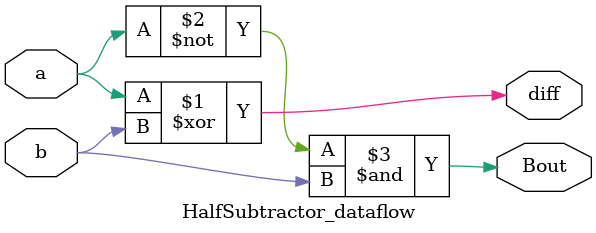
<source format=v>
module HalfSubtractor_dataflow(diff, Bout, a, b);
  output diff,Bout;
  input a, b;
  assign diff = a ^ b;
  assign Bout = (~a)&b;
endmodule

</source>
